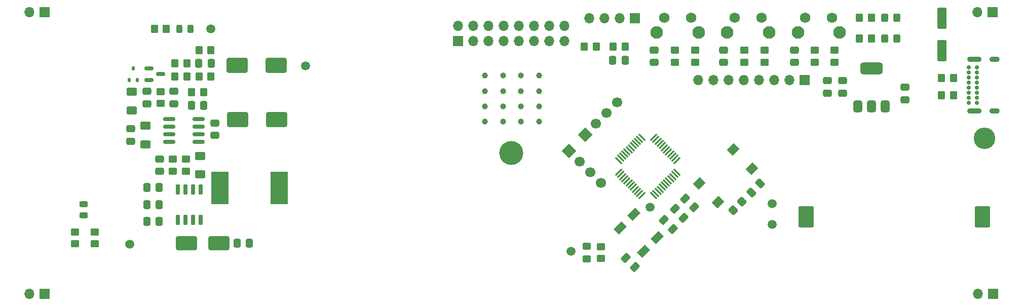
<source format=gbr>
%TF.GenerationSoftware,KiCad,Pcbnew,9.0.0*%
%TF.CreationDate,2025-03-11T11:24:18+01:00*%
%TF.ProjectId,CNIX V2 Control Board,434e4958-2056-4322-9043-6f6e74726f6c,rev?*%
%TF.SameCoordinates,Original*%
%TF.FileFunction,Soldermask,Top*%
%TF.FilePolarity,Negative*%
%FSLAX46Y46*%
G04 Gerber Fmt 4.6, Leading zero omitted, Abs format (unit mm)*
G04 Created by KiCad (PCBNEW 9.0.0) date 2025-03-11 11:24:18*
%MOMM*%
%LPD*%
G01*
G04 APERTURE LIST*
G04 Aperture macros list*
%AMRoundRect*
0 Rectangle with rounded corners*
0 $1 Rounding radius*
0 $2 $3 $4 $5 $6 $7 $8 $9 X,Y pos of 4 corners*
0 Add a 4 corners polygon primitive as box body*
4,1,4,$2,$3,$4,$5,$6,$7,$8,$9,$2,$3,0*
0 Add four circle primitives for the rounded corners*
1,1,$1+$1,$2,$3*
1,1,$1+$1,$4,$5*
1,1,$1+$1,$6,$7*
1,1,$1+$1,$8,$9*
0 Add four rect primitives between the rounded corners*
20,1,$1+$1,$2,$3,$4,$5,0*
20,1,$1+$1,$4,$5,$6,$7,0*
20,1,$1+$1,$6,$7,$8,$9,0*
20,1,$1+$1,$8,$9,$2,$3,0*%
%AMHorizOval*
0 Thick line with rounded ends*
0 $1 width*
0 $2 $3 position (X,Y) of the first rounded end (center of the circle)*
0 $4 $5 position (X,Y) of the second rounded end (center of the circle)*
0 Add line between two ends*
20,1,$1,$2,$3,$4,$5,0*
0 Add two circle primitives to create the rounded ends*
1,1,$1,$2,$3*
1,1,$1,$4,$5*%
%AMRotRect*
0 Rectangle, with rotation*
0 The origin of the aperture is its center*
0 $1 length*
0 $2 width*
0 $3 Rotation angle, in degrees counterclockwise*
0 Add horizontal line*
21,1,$1,$2,0,0,$3*%
G04 Aperture macros list end*
%ADD10C,1.500000*%
%ADD11C,1.000000*%
%ADD12RoundRect,0.250000X0.625000X-0.400000X0.625000X0.400000X-0.625000X0.400000X-0.625000X-0.400000X0*%
%ADD13RoundRect,0.250000X-0.475000X0.337500X-0.475000X-0.337500X0.475000X-0.337500X0.475000X0.337500X0*%
%ADD14RoundRect,0.250000X-0.337500X-0.475000X0.337500X-0.475000X0.337500X0.475000X-0.337500X0.475000X0*%
%ADD15RoundRect,0.250000X0.475000X-0.337500X0.475000X0.337500X-0.475000X0.337500X-0.475000X-0.337500X0*%
%ADD16RoundRect,0.250000X0.450000X-0.350000X0.450000X0.350000X-0.450000X0.350000X-0.450000X-0.350000X0*%
%ADD17RoundRect,0.243750X-0.243750X-0.456250X0.243750X-0.456250X0.243750X0.456250X-0.243750X0.456250X0*%
%ADD18RoundRect,0.250000X0.574524X0.097227X0.097227X0.574524X-0.574524X-0.097227X-0.097227X-0.574524X0*%
%ADD19RoundRect,0.250000X0.350000X0.450000X-0.350000X0.450000X-0.350000X-0.450000X0.350000X-0.450000X0*%
%ADD20RoundRect,0.250000X-0.574524X-0.097227X-0.097227X-0.574524X0.574524X0.097227X0.097227X0.574524X0*%
%ADD21RoundRect,0.250000X-0.350000X-0.450000X0.350000X-0.450000X0.350000X0.450000X-0.350000X0.450000X0*%
%ADD22RotRect,1.300000X1.900000X135.000000*%
%ADD23RoundRect,0.250000X-0.625000X0.400000X-0.625000X-0.400000X0.625000X-0.400000X0.625000X0.400000X0*%
%ADD24RoundRect,0.250000X-0.450000X0.350000X-0.450000X-0.350000X0.450000X-0.350000X0.450000X0.350000X0*%
%ADD25RoundRect,0.250000X0.097227X-0.574524X0.574524X-0.097227X-0.097227X0.574524X-0.574524X0.097227X0*%
%ADD26C,3.600000*%
%ADD27C,2.100000*%
%ADD28C,1.750000*%
%ADD29RoundRect,0.150000X-0.587500X-0.150000X0.587500X-0.150000X0.587500X0.150000X-0.587500X0.150000X0*%
%ADD30R,1.700000X1.700000*%
%ADD31O,1.700000X1.700000*%
%ADD32R,2.900000X5.400000*%
%ADD33RoundRect,0.112500X-0.112500X-0.237500X0.112500X-0.237500X0.112500X0.237500X-0.112500X0.237500X0*%
%ADD34RoundRect,0.250000X0.070711X-0.565685X0.565685X-0.070711X-0.070711X0.565685X-0.565685X0.070711X0*%
%ADD35RoundRect,0.250000X-0.325000X-0.450000X0.325000X-0.450000X0.325000X0.450000X-0.325000X0.450000X0*%
%ADD36RoundRect,0.250000X1.500000X1.000000X-1.500000X1.000000X-1.500000X-1.000000X1.500000X-1.000000X0*%
%ADD37RoundRect,0.250000X0.550000X-1.500000X0.550000X1.500000X-0.550000X1.500000X-0.550000X-1.500000X0*%
%ADD38RoundRect,0.150000X-0.825000X-0.150000X0.825000X-0.150000X0.825000X0.150000X-0.825000X0.150000X0*%
%ADD39RoundRect,0.150000X-0.150000X0.725000X-0.150000X-0.725000X0.150000X-0.725000X0.150000X0.725000X0*%
%ADD40RoundRect,0.250000X-1.500000X-0.900000X1.500000X-0.900000X1.500000X0.900000X-1.500000X0.900000X0*%
%ADD41RoundRect,0.250000X0.337500X0.475000X-0.337500X0.475000X-0.337500X-0.475000X0.337500X-0.475000X0*%
%ADD42RoundRect,0.243750X-0.456250X0.243750X-0.456250X-0.243750X0.456250X-0.243750X0.456250X0.243750X0*%
%ADD43RoundRect,0.075000X0.521491X-0.415425X-0.415425X0.521491X-0.521491X0.415425X0.415425X-0.521491X0*%
%ADD44RoundRect,0.075000X0.521491X0.415425X0.415425X0.521491X-0.521491X-0.415425X-0.415425X-0.521491X0*%
%ADD45RotRect,1.700000X1.700000X135.000000*%
%ADD46HorizOval,1.700000X0.000000X0.000000X0.000000X0.000000X0*%
%ADD47RoundRect,0.200000X-1.100000X-1.550000X1.100000X-1.550000X1.100000X1.550000X-1.100000X1.550000X0*%
%ADD48C,0.700000*%
%ADD49O,2.400000X0.900000*%
%ADD50O,1.700000X0.900000*%
%ADD51RoundRect,0.375000X0.375000X-0.625000X0.375000X0.625000X-0.375000X0.625000X-0.375000X-0.625000X0*%
%ADD52RoundRect,0.500000X1.400000X-0.500000X1.400000X0.500000X-1.400000X0.500000X-1.400000X-0.500000X0*%
%ADD53RotRect,1.600000X1.400000X225.000000*%
%ADD54RoundRect,0.250000X0.450000X-0.325000X0.450000X0.325000X-0.450000X0.325000X-0.450000X-0.325000X0*%
%ADD55C,4.000000*%
%ADD56RotRect,1.700000X1.700000X45.000000*%
%ADD57HorizOval,1.700000X0.000000X0.000000X0.000000X0.000000X0*%
G04 APERTURE END LIST*
D10*
%TO.C,TP20*%
X83711051Y-120731051D03*
%TD*%
D11*
%TO.C,TP14*%
X149125171Y-97733609D03*
%TD*%
D12*
%TO.C,R110*%
X84111051Y-98381052D03*
X84111051Y-95281050D03*
%TD*%
D13*
%TO.C,C106*%
X98011050Y-100493552D03*
X98011050Y-102568552D03*
%TD*%
D10*
%TO.C,TP24*%
X113111051Y-90931051D03*
%TD*%
D14*
%TO.C,C108*%
X101673550Y-120531052D03*
X103748550Y-120531052D03*
%TD*%
D15*
%TO.C,C102*%
X91111051Y-97268551D03*
X91111051Y-95193551D03*
%TD*%
D14*
%TO.C,C111*%
X86623550Y-114141050D03*
X88698550Y-114141050D03*
%TD*%
D16*
%TO.C,R7*%
X198211051Y-90331051D03*
X198211051Y-88331051D03*
%TD*%
D17*
%TO.C,D103*%
X92027500Y-84785000D03*
X93902500Y-84785000D03*
%TD*%
D15*
%TO.C,C6*%
X213311051Y-96568551D03*
X213311051Y-94493551D03*
%TD*%
D11*
%TO.C,TP13*%
X149125171Y-95183609D03*
%TD*%
D13*
%TO.C,C7*%
X202911051Y-93393551D03*
X202911051Y-95468551D03*
%TD*%
D18*
%TO.C,C3*%
X174489117Y-118169905D03*
X173021871Y-116702659D03*
%TD*%
D16*
%TO.C,R6*%
X162511051Y-123131051D03*
X162511051Y-121131051D03*
%TD*%
D15*
%TO.C,C10*%
X183011051Y-90368551D03*
X183011051Y-88293551D03*
%TD*%
D19*
%TO.C,R103*%
X97311051Y-92731051D03*
X95311051Y-92731051D03*
%TD*%
%TO.C,R15*%
X207711051Y-82931051D03*
X205711051Y-82931051D03*
%TD*%
D20*
%TO.C,C5*%
X176577428Y-113097428D03*
X178044674Y-114564674D03*
%TD*%
D15*
%TO.C,C109*%
X83911050Y-103518552D03*
X83911050Y-101443552D03*
%TD*%
D16*
%TO.C,R12*%
X201511051Y-90331051D03*
X201511051Y-88331051D03*
%TD*%
D11*
%TO.C,TP7*%
X143125171Y-100283609D03*
%TD*%
%TO.C,TP5*%
X143125171Y-95183609D03*
%TD*%
D13*
%TO.C,C107*%
X88711049Y-106493551D03*
X88711049Y-108568551D03*
%TD*%
D16*
%TO.C,R104*%
X88911051Y-97231053D03*
X88911051Y-95231053D03*
%TD*%
D21*
%TO.C,R4*%
X159711051Y-87731051D03*
X161711051Y-87731051D03*
%TD*%
D16*
%TO.C,R111*%
X74565000Y-120685000D03*
X74565000Y-118685000D03*
%TD*%
D22*
%TO.C,Y1*%
X171886965Y-119644224D03*
X167997878Y-115755137D03*
X165735137Y-118017878D03*
X169624224Y-121906965D03*
%TD*%
D19*
%TO.C,R13*%
X221415000Y-95881051D03*
X219415000Y-95881051D03*
%TD*%
D23*
%TO.C,R108*%
X95511050Y-105981050D03*
X95511050Y-109081052D03*
%TD*%
D11*
%TO.C,TP18*%
X152125171Y-97733609D03*
%TD*%
D15*
%TO.C,C11*%
X194811051Y-90368551D03*
X194811051Y-88293551D03*
%TD*%
D24*
%TO.C,R10*%
X178211051Y-88331051D03*
X178211051Y-90331051D03*
%TD*%
D16*
%TO.C,R8*%
X186411051Y-90331051D03*
X186411051Y-88331051D03*
%TD*%
D11*
%TO.C,TP9*%
X146125171Y-95183609D03*
%TD*%
D25*
%TO.C,C2*%
X187607428Y-112064674D03*
X189074674Y-110597428D03*
%TD*%
D19*
%TO.C,R16*%
X207711052Y-86331051D03*
X205711052Y-86331051D03*
%TD*%
D26*
%TO.C,H1*%
X226596832Y-103016266D03*
%TD*%
D11*
%TO.C,TP19*%
X152125171Y-100283609D03*
%TD*%
D27*
%TO.C,SW2*%
X195386051Y-85383551D03*
X202396051Y-85383551D03*
D28*
X196636051Y-82893551D03*
X201136051Y-82893551D03*
%TD*%
D29*
%TO.C,Q100*%
X87004802Y-91381051D03*
X87004802Y-93281051D03*
X88879802Y-92331051D03*
%TD*%
D10*
%TO.C,TP3*%
X97311051Y-84731051D03*
%TD*%
D11*
%TO.C,TP6*%
X143125171Y-97733609D03*
%TD*%
D30*
%TO.C,J4*%
X196530000Y-93331051D03*
D31*
X193990000Y-93331051D03*
X191450000Y-93331051D03*
X188910000Y-93331051D03*
X186370000Y-93331051D03*
X183830000Y-93331051D03*
X181290000Y-93331051D03*
X178750000Y-93331051D03*
%TD*%
D11*
%TO.C,TP15*%
X149125171Y-100283609D03*
%TD*%
D18*
%TO.C,C1*%
X168125157Y-124533865D03*
X166657911Y-123066619D03*
%TD*%
D19*
%TO.C,R14*%
X221415000Y-92931051D03*
X219415000Y-92931051D03*
%TD*%
D11*
%TO.C,TP10*%
X146125171Y-97733609D03*
%TD*%
D14*
%TO.C,C112*%
X86623550Y-116931052D03*
X88698550Y-116931052D03*
%TD*%
%TO.C,C101*%
X95273551Y-90531051D03*
X97348551Y-90531051D03*
%TD*%
D19*
%TO.C,R100*%
X97311051Y-88331051D03*
X95311051Y-88331051D03*
%TD*%
D15*
%TO.C,C9*%
X171411051Y-90368551D03*
X171411051Y-88293551D03*
%TD*%
D27*
%TO.C,SW3*%
X183586051Y-85383551D03*
X190596051Y-85383551D03*
D28*
X184836051Y-82893551D03*
X189336051Y-82893551D03*
%TD*%
D11*
%TO.C,TP8*%
X146125171Y-92583609D03*
%TD*%
D32*
%TO.C,L100*%
X108761051Y-111331052D03*
X98861049Y-111331052D03*
%TD*%
D19*
%TO.C,R5*%
X166511051Y-87731051D03*
X164511051Y-87731051D03*
%TD*%
D33*
%TO.C,D100*%
X83692300Y-93331051D03*
X84992300Y-93331051D03*
X84342300Y-91331051D03*
%TD*%
D16*
%TO.C,R9*%
X174811051Y-90331051D03*
X174811051Y-88331051D03*
%TD*%
D13*
%TO.C,C8*%
X200311051Y-93393551D03*
X200311051Y-95468551D03*
%TD*%
D34*
%TO.C,R1*%
X184603944Y-115038158D03*
X186018158Y-113623944D03*
%TD*%
D35*
%TO.C,D2*%
X209886051Y-82931051D03*
X211936049Y-82931051D03*
%TD*%
D36*
%TO.C,C100*%
X108218551Y-90831051D03*
X101718551Y-90831051D03*
%TD*%
D14*
%TO.C,C104*%
X94073550Y-97541050D03*
X96148550Y-97541050D03*
%TD*%
D37*
%TO.C,C113*%
X219500000Y-88400000D03*
X219500000Y-83000000D03*
%TD*%
D16*
%TO.C,R11*%
X189811051Y-90331051D03*
X189811051Y-88331051D03*
%TD*%
D11*
%TO.C,TP16*%
X152125171Y-92583609D03*
%TD*%
D21*
%TO.C,R113*%
X87865000Y-84785000D03*
X89865000Y-84785000D03*
%TD*%
D38*
%TO.C,U100*%
X90336051Y-99826052D03*
X90336051Y-101096052D03*
X90336051Y-102366052D03*
X90336051Y-103636052D03*
X95286051Y-103636052D03*
X95286051Y-102366052D03*
X95286051Y-101096052D03*
X95286051Y-99826052D03*
%TD*%
D11*
%TO.C,TP4*%
X143125171Y-92583609D03*
%TD*%
D39*
%TO.C,Q101*%
X95566049Y-111556052D03*
X94296050Y-111556052D03*
X93026050Y-111556052D03*
X91756051Y-111556052D03*
X91756051Y-116706052D03*
X93026050Y-116706052D03*
X94296050Y-116706052D03*
X95566049Y-116706052D03*
%TD*%
D40*
%TO.C,D101*%
X93211051Y-120531051D03*
X98611051Y-120531051D03*
%TD*%
D10*
%TO.C,TP22*%
X157511051Y-121931051D03*
%TD*%
D19*
%TO.C,R101*%
X93311051Y-90531051D03*
X91311051Y-90531051D03*
%TD*%
D21*
%TO.C,R105*%
X94111051Y-95341051D03*
X96111051Y-95341051D03*
%TD*%
D19*
%TO.C,R102*%
X93311051Y-92731051D03*
X91311051Y-92731051D03*
%TD*%
D41*
%TO.C,C12*%
X166537500Y-90000000D03*
X164462500Y-90000000D03*
%TD*%
D42*
%TO.C,D102*%
X76065000Y-114047499D03*
X76065000Y-115922501D03*
%TD*%
D10*
%TO.C,TP2*%
X191111051Y-117457343D03*
%TD*%
D43*
%TO.C,U1*%
X171309839Y-112618927D03*
X171663393Y-112265373D03*
X172016946Y-111911820D03*
X172370500Y-111558266D03*
X172724053Y-111204713D03*
X173077606Y-110851160D03*
X173431160Y-110497606D03*
X173784713Y-110144053D03*
X174138266Y-109790500D03*
X174491820Y-109436946D03*
X174845373Y-109083393D03*
X175198927Y-108729839D03*
D44*
X175198927Y-106732263D03*
X174845373Y-106378709D03*
X174491820Y-106025156D03*
X174138266Y-105671602D03*
X173784713Y-105318049D03*
X173431160Y-104964496D03*
X173077606Y-104610942D03*
X172724053Y-104257389D03*
X172370500Y-103903836D03*
X172016946Y-103550282D03*
X171663393Y-103196729D03*
X171309839Y-102843175D03*
D43*
X169312263Y-102843175D03*
X168958709Y-103196729D03*
X168605156Y-103550282D03*
X168251602Y-103903836D03*
X167898049Y-104257389D03*
X167544496Y-104610942D03*
X167190942Y-104964496D03*
X166837389Y-105318049D03*
X166483836Y-105671602D03*
X166130282Y-106025156D03*
X165776729Y-106378709D03*
X165423175Y-106732263D03*
D44*
X165423175Y-108729839D03*
X165776729Y-109083393D03*
X166130282Y-109436946D03*
X166483836Y-109790500D03*
X166837389Y-110144053D03*
X167190942Y-110497606D03*
X167544496Y-110851160D03*
X167898049Y-111204713D03*
X168251602Y-111558266D03*
X168605156Y-111911820D03*
X168958709Y-112265373D03*
X169312263Y-112618927D03*
%TD*%
D35*
%TO.C,D3*%
X209886052Y-86331051D03*
X211936050Y-86331051D03*
%TD*%
D45*
%TO.C,J6*%
X159824045Y-102418057D03*
D46*
X161620096Y-100622006D03*
X163416147Y-98825955D03*
X165212199Y-97029903D03*
%TD*%
D47*
%TO.C,BT1*%
X196811051Y-116131051D03*
X226211051Y-116131051D03*
%TD*%
D15*
%TO.C,C103*%
X86661050Y-97268551D03*
X86661050Y-95193551D03*
%TD*%
D27*
%TO.C,SW4*%
X171786051Y-85383551D03*
X178796051Y-85383551D03*
D28*
X173036051Y-82893551D03*
X177536051Y-82893551D03*
%TD*%
D48*
%TO.C,J11*%
X223940000Y-97106051D03*
X223940000Y-96256051D03*
X223940000Y-95406050D03*
X223940000Y-94556051D03*
X223940000Y-93706051D03*
X223940000Y-92856051D03*
X223940000Y-92006050D03*
X223940000Y-91156051D03*
X225290000Y-91156051D03*
X225290000Y-92006051D03*
X225290000Y-92856051D03*
X225290000Y-93706051D03*
X225290000Y-94556051D03*
X225290000Y-95406051D03*
X225290000Y-96256051D03*
X225290000Y-97106051D03*
D49*
X224920000Y-98456051D03*
D50*
X228300000Y-98456051D03*
D49*
X224920000Y-89806051D03*
D50*
X228300000Y-89806051D03*
%TD*%
D12*
%TO.C,R109*%
X86411050Y-104031053D03*
X86411050Y-100931051D03*
%TD*%
D24*
%TO.C,R106*%
X93111051Y-106531051D03*
X93111051Y-108531051D03*
%TD*%
D51*
%TO.C,U2*%
X205411051Y-97681051D03*
X207711051Y-97681050D03*
D52*
X207711051Y-91381052D03*
D51*
X210011051Y-97681051D03*
%TD*%
D16*
%TO.C,R112*%
X77915000Y-120685000D03*
X77915000Y-118685000D03*
%TD*%
D53*
%TO.C,SW1*%
X178891634Y-110568488D03*
X184548488Y-104911634D03*
X182073614Y-113750468D03*
X187730468Y-108093614D03*
%TD*%
D11*
%TO.C,TP12*%
X149125171Y-92583609D03*
%TD*%
D54*
%TO.C,D1*%
X160111051Y-123156050D03*
X160111051Y-121106052D03*
%TD*%
D14*
%TO.C,C110*%
X86623549Y-111231050D03*
X88698549Y-111231050D03*
%TD*%
D10*
%TO.C,TP23*%
X191111051Y-113931051D03*
%TD*%
D11*
%TO.C,TP11*%
X146125171Y-100283609D03*
%TD*%
D55*
%TO.C,H100*%
X147500000Y-105500000D03*
%TD*%
D10*
%TO.C,TP1*%
X170711051Y-114531051D03*
%TD*%
D36*
%TO.C,C105*%
X108261050Y-99931051D03*
X101761050Y-99931051D03*
%TD*%
D20*
%TO.C,C4*%
X174827428Y-114847428D03*
X176294674Y-116314674D03*
%TD*%
D56*
%TO.C,J1*%
X157122897Y-105142897D03*
D57*
X158918948Y-106938948D03*
X160714999Y-108734999D03*
X162511051Y-110531051D03*
%TD*%
D24*
%TO.C,R107*%
X90911049Y-106531051D03*
X90911049Y-108531051D03*
%TD*%
D11*
%TO.C,TP17*%
X152125171Y-95183609D03*
%TD*%
D30*
%TO.C,J5*%
X168185062Y-82965612D03*
D31*
X165645062Y-82965612D03*
X163105063Y-82965612D03*
X160565062Y-82965612D03*
%TD*%
D30*
%TO.C,J3*%
X138590000Y-86775000D03*
D31*
X138590000Y-84235000D03*
X141130000Y-86775000D03*
X141130000Y-84235000D03*
X143670000Y-86775000D03*
X143670000Y-84235000D03*
X146210000Y-86775000D03*
X146210000Y-84235000D03*
X148750000Y-86775000D03*
X148750000Y-84235000D03*
X151290000Y-86775000D03*
X151290000Y-84235000D03*
X153830000Y-86775000D03*
X153830000Y-84235000D03*
X156370000Y-86775000D03*
X156370000Y-84235000D03*
%TD*%
D30*
%TO.C,J10*%
X228000000Y-129000000D03*
D31*
X225460000Y-129000000D03*
%TD*%
D30*
%TO.C,J9*%
X69539999Y-81999999D03*
D31*
X66999999Y-81999999D03*
%TD*%
D30*
%TO.C,J8*%
X227965000Y-81960000D03*
D31*
X225425000Y-81960000D03*
%TD*%
D30*
%TO.C,J7*%
X69539999Y-129000001D03*
D31*
X66999999Y-129000001D03*
%TD*%
M02*

</source>
